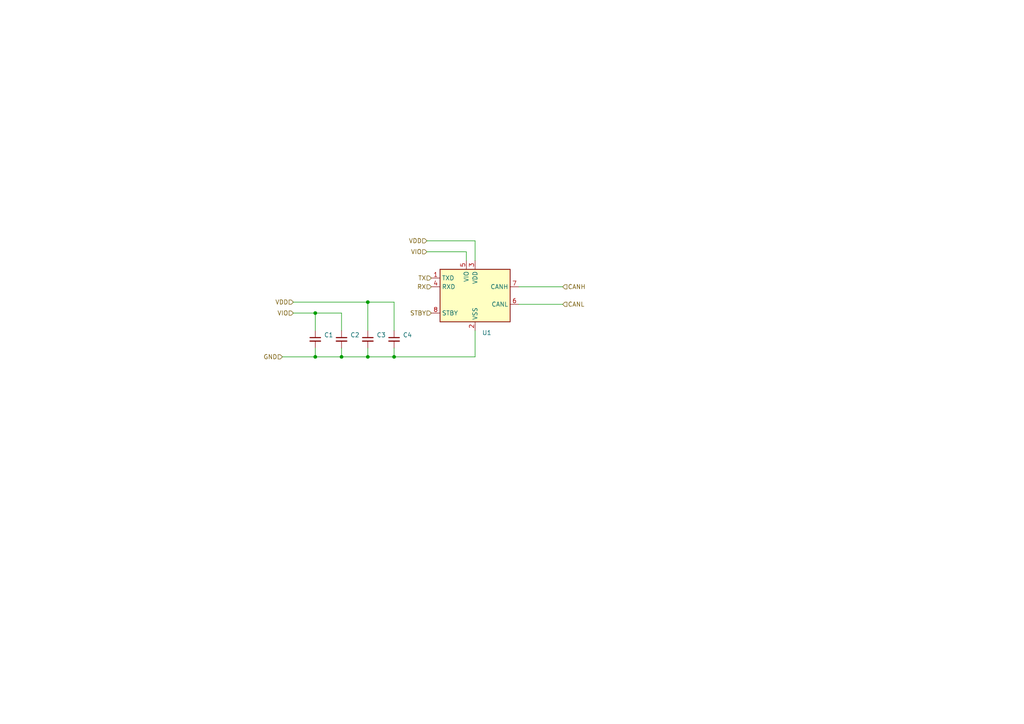
<source format=kicad_sch>
(kicad_sch (version 20211123) (generator eeschema)

  (uuid 1895faed-13c7-4877-930c-ef39a1d7419c)

  (paper "A4")

  (lib_symbols
    (symbol "Device:C_Small" (pin_numbers hide) (pin_names (offset 0.254) hide) (in_bom yes) (on_board yes)
      (property "Reference" "C" (id 0) (at 0.254 1.778 0)
        (effects (font (size 1.27 1.27)) (justify left))
      )
      (property "Value" "C_Small" (id 1) (at 0.254 -2.032 0)
        (effects (font (size 1.27 1.27)) (justify left))
      )
      (property "Footprint" "" (id 2) (at 0 0 0)
        (effects (font (size 1.27 1.27)) hide)
      )
      (property "Datasheet" "~" (id 3) (at 0 0 0)
        (effects (font (size 1.27 1.27)) hide)
      )
      (property "ki_keywords" "capacitor cap" (id 4) (at 0 0 0)
        (effects (font (size 1.27 1.27)) hide)
      )
      (property "ki_description" "Unpolarized capacitor, small symbol" (id 5) (at 0 0 0)
        (effects (font (size 1.27 1.27)) hide)
      )
      (property "ki_fp_filters" "C_*" (id 6) (at 0 0 0)
        (effects (font (size 1.27 1.27)) hide)
      )
      (symbol "C_Small_0_1"
        (polyline
          (pts
            (xy -1.524 -0.508)
            (xy 1.524 -0.508)
          )
          (stroke (width 0.3302) (type default) (color 0 0 0 0))
          (fill (type none))
        )
        (polyline
          (pts
            (xy -1.524 0.508)
            (xy 1.524 0.508)
          )
          (stroke (width 0.3048) (type default) (color 0 0 0 0))
          (fill (type none))
        )
      )
      (symbol "C_Small_1_1"
        (pin passive line (at 0 2.54 270) (length 2.032)
          (name "~" (effects (font (size 1.27 1.27))))
          (number "1" (effects (font (size 1.27 1.27))))
        )
        (pin passive line (at 0 -2.54 90) (length 2.032)
          (name "~" (effects (font (size 1.27 1.27))))
          (number "2" (effects (font (size 1.27 1.27))))
        )
      )
    )
    (symbol "Interface_CAN_LIN:MCP2542FDxMF" (in_bom yes) (on_board yes)
      (property "Reference" "U" (id 0) (at -10.16 8.89 0)
        (effects (font (size 1.27 1.27)) (justify left))
      )
      (property "Value" "MCP2542FDxMF" (id 1) (at 2.54 8.89 0)
        (effects (font (size 1.27 1.27)) (justify left))
      )
      (property "Footprint" "Package_DFN_QFN:DFN-8-1EP_3x3mm_P0.65mm_EP1.55x2.4mm" (id 2) (at 0 -12.7 0)
        (effects (font (size 1.27 1.27) italic) hide)
      )
      (property "Datasheet" "http://ww1.microchip.com/downloads/en/DeviceDoc/MCP2542FD-4FD-MCP2542WFD-4WFD-Data-Sheet20005514B.pdf" (id 3) (at 0 0 0)
        (effects (font (size 1.27 1.27)) hide)
      )
      (property "ki_keywords" "CAN transceiver" (id 4) (at 0 0 0)
        (effects (font (size 1.27 1.27)) hide)
      )
      (property "ki_description" "CAN-FD Transceiver, Wake-Up on CAN activity, 8Mbps, 5V supply, STBY pin, 3x3 DFN-8" (id 5) (at 0 0 0)
        (effects (font (size 1.27 1.27)) hide)
      )
      (property "ki_fp_filters" "DFN*1EP*3x3mm*P0.65mm*" (id 6) (at 0 0 0)
        (effects (font (size 1.27 1.27)) hide)
      )
      (symbol "MCP2542FDxMF_0_1"
        (rectangle (start -10.16 7.62) (end 10.16 -7.62)
          (stroke (width 0.254) (type default) (color 0 0 0 0))
          (fill (type background))
        )
      )
      (symbol "MCP2542FDxMF_1_1"
        (pin input line (at -12.7 5.08 0) (length 2.54)
          (name "TXD" (effects (font (size 1.27 1.27))))
          (number "1" (effects (font (size 1.27 1.27))))
        )
        (pin power_in line (at 0 -10.16 90) (length 2.54)
          (name "VSS" (effects (font (size 1.27 1.27))))
          (number "2" (effects (font (size 1.27 1.27))))
        )
        (pin power_in line (at 0 10.16 270) (length 2.54)
          (name "VDD" (effects (font (size 1.27 1.27))))
          (number "3" (effects (font (size 1.27 1.27))))
        )
        (pin output line (at -12.7 2.54 0) (length 2.54)
          (name "RXD" (effects (font (size 1.27 1.27))))
          (number "4" (effects (font (size 1.27 1.27))))
        )
        (pin power_in line (at -2.54 10.16 270) (length 2.54)
          (name "VIO" (effects (font (size 1.27 1.27))))
          (number "5" (effects (font (size 1.27 1.27))))
        )
        (pin bidirectional line (at 12.7 -2.54 180) (length 2.54)
          (name "CANL" (effects (font (size 1.27 1.27))))
          (number "6" (effects (font (size 1.27 1.27))))
        )
        (pin bidirectional line (at 12.7 2.54 180) (length 2.54)
          (name "CANH" (effects (font (size 1.27 1.27))))
          (number "7" (effects (font (size 1.27 1.27))))
        )
        (pin input line (at -12.7 -5.08 0) (length 2.54)
          (name "STBY" (effects (font (size 1.27 1.27))))
          (number "8" (effects (font (size 1.27 1.27))))
        )
        (pin passive line (at 0 -10.16 90) (length 2.54) hide
          (name "VSS" (effects (font (size 1.27 1.27))))
          (number "9" (effects (font (size 1.27 1.27))))
        )
      )
    )
  )

  (junction (at 106.68 87.63) (diameter 0) (color 0 0 0 0)
    (uuid 05902d8e-1922-4c73-b320-d1528b3a0703)
  )
  (junction (at 114.3 103.505) (diameter 0) (color 0 0 0 0)
    (uuid 3673dfd3-4dec-4d72-be32-de55d6e80fc4)
  )
  (junction (at 99.06 103.505) (diameter 0) (color 0 0 0 0)
    (uuid 3a0f87ad-d424-4477-8219-0225fbe9eb35)
  )
  (junction (at 106.68 103.505) (diameter 0) (color 0 0 0 0)
    (uuid 6a87104c-3447-481f-a583-0a8681e95384)
  )
  (junction (at 91.44 90.805) (diameter 0) (color 0 0 0 0)
    (uuid 870881b6-d444-4db1-9599-2954166b125e)
  )
  (junction (at 91.44 103.505) (diameter 0) (color 0 0 0 0)
    (uuid 998d320b-3b49-447a-a272-c0f52243deda)
  )

  (wire (pts (xy 99.06 90.805) (xy 99.06 95.885))
    (stroke (width 0) (type default) (color 0 0 0 0))
    (uuid 017c15ab-33e4-4db3-9b19-2583a98d38a1)
  )
  (wire (pts (xy 137.795 103.505) (xy 137.795 95.885))
    (stroke (width 0) (type default) (color 0 0 0 0))
    (uuid 01a5377c-d232-4297-89cd-a90fd30a8e65)
  )
  (wire (pts (xy 106.68 103.505) (xy 99.06 103.505))
    (stroke (width 0) (type default) (color 0 0 0 0))
    (uuid 1e534ac8-f907-4986-b8a6-4ea43a000c8f)
  )
  (wire (pts (xy 114.3 95.885) (xy 114.3 87.63))
    (stroke (width 0) (type default) (color 0 0 0 0))
    (uuid 2512fd31-0d65-4c33-b6f1-74edbdb5dec9)
  )
  (wire (pts (xy 114.3 103.505) (xy 106.68 103.505))
    (stroke (width 0) (type default) (color 0 0 0 0))
    (uuid 3061b948-71df-4686-bfe2-7b704700f913)
  )
  (wire (pts (xy 85.09 90.805) (xy 91.44 90.805))
    (stroke (width 0) (type default) (color 0 0 0 0))
    (uuid 34e739a3-0909-4da8-b4be-c36b432579d2)
  )
  (wire (pts (xy 114.3 100.965) (xy 114.3 103.505))
    (stroke (width 0) (type default) (color 0 0 0 0))
    (uuid 4f49c4f7-30d0-414e-b075-a0df98d670a8)
  )
  (wire (pts (xy 123.825 73.025) (xy 135.255 73.025))
    (stroke (width 0) (type default) (color 0 0 0 0))
    (uuid 6191aaf4-2517-4834-a4fb-3de85bd35cc1)
  )
  (wire (pts (xy 91.44 90.805) (xy 99.06 90.805))
    (stroke (width 0) (type default) (color 0 0 0 0))
    (uuid 63147214-d203-4536-b917-f46752cc7218)
  )
  (wire (pts (xy 106.68 87.63) (xy 85.09 87.63))
    (stroke (width 0) (type default) (color 0 0 0 0))
    (uuid 78e8b183-58b9-4143-bab5-dad8f9a38e44)
  )
  (wire (pts (xy 150.495 83.185) (xy 163.195 83.185))
    (stroke (width 0) (type default) (color 0 0 0 0))
    (uuid 7a8370f9-04bb-4499-811a-37d1cd837822)
  )
  (wire (pts (xy 135.255 73.025) (xy 135.255 75.565))
    (stroke (width 0) (type default) (color 0 0 0 0))
    (uuid 7effefb8-b853-415a-8a8f-45d8d041d907)
  )
  (wire (pts (xy 150.495 88.265) (xy 163.195 88.265))
    (stroke (width 0) (type default) (color 0 0 0 0))
    (uuid 87cbc628-6732-400e-b53e-a0da86eb1a91)
  )
  (wire (pts (xy 91.44 90.805) (xy 91.44 95.885))
    (stroke (width 0) (type default) (color 0 0 0 0))
    (uuid 9138cdb3-02cb-4fa8-9229-0b77f31646b8)
  )
  (wire (pts (xy 106.68 100.965) (xy 106.68 103.505))
    (stroke (width 0) (type default) (color 0 0 0 0))
    (uuid a4d61805-6e02-4285-af3a-98e2fdab0524)
  )
  (wire (pts (xy 114.3 87.63) (xy 106.68 87.63))
    (stroke (width 0) (type default) (color 0 0 0 0))
    (uuid b447b13d-dbc5-4b4b-8ff7-8a87e593171b)
  )
  (wire (pts (xy 81.915 103.505) (xy 91.44 103.505))
    (stroke (width 0) (type default) (color 0 0 0 0))
    (uuid b66cfce6-e20e-47a6-b6cb-e3138fa44ae1)
  )
  (wire (pts (xy 91.44 100.965) (xy 91.44 103.505))
    (stroke (width 0) (type default) (color 0 0 0 0))
    (uuid c09daa58-be4b-49fb-821a-d85cd3f1ed2b)
  )
  (wire (pts (xy 99.06 100.965) (xy 99.06 103.505))
    (stroke (width 0) (type default) (color 0 0 0 0))
    (uuid c4e4ade5-a236-4404-b0e8-6d4deb8cb38f)
  )
  (wire (pts (xy 99.06 103.505) (xy 91.44 103.505))
    (stroke (width 0) (type default) (color 0 0 0 0))
    (uuid ebc9e5ed-eacf-49a3-ba2b-b2731df91a9e)
  )
  (wire (pts (xy 137.795 69.85) (xy 137.795 75.565))
    (stroke (width 0) (type default) (color 0 0 0 0))
    (uuid eeb84477-7b47-4146-b5c4-e541ab1e4fb8)
  )
  (wire (pts (xy 114.3 103.505) (xy 137.795 103.505))
    (stroke (width 0) (type default) (color 0 0 0 0))
    (uuid f94d2abc-fb8e-466b-91d2-dea6332e20ef)
  )
  (wire (pts (xy 123.825 69.85) (xy 137.795 69.85))
    (stroke (width 0) (type default) (color 0 0 0 0))
    (uuid f9be2ca7-00a1-4b09-a8bf-363be9d9d8a2)
  )
  (wire (pts (xy 106.68 95.885) (xy 106.68 87.63))
    (stroke (width 0) (type default) (color 0 0 0 0))
    (uuid fcc26240-4f3b-4d7d-8568-034854ed3537)
  )

  (hierarchical_label "VDD" (shape input) (at 85.09 87.63 180)
    (effects (font (size 1.27 1.27)) (justify right))
    (uuid 06d27ce7-e62f-47ba-afe9-b55863d5bbda)
  )
  (hierarchical_label "GND" (shape input) (at 81.915 103.505 180)
    (effects (font (size 1.27 1.27)) (justify right))
    (uuid 3a157695-9c71-4123-9d47-e9f157bde643)
  )
  (hierarchical_label "CANL" (shape input) (at 163.195 88.265 0)
    (effects (font (size 1.27 1.27)) (justify left))
    (uuid 3c4ff77e-2d67-4af9-9fe4-a1e89bb6fee6)
  )
  (hierarchical_label "RX" (shape input) (at 125.095 83.185 180)
    (effects (font (size 1.27 1.27)) (justify right))
    (uuid 502d2d21-f032-453f-b5b9-9903a4d24284)
  )
  (hierarchical_label "VIO" (shape input) (at 85.09 90.805 180)
    (effects (font (size 1.27 1.27)) (justify right))
    (uuid 5bd20368-4c89-4ea8-9501-c782e01617a9)
  )
  (hierarchical_label "VDD" (shape input) (at 123.825 69.85 180)
    (effects (font (size 1.27 1.27)) (justify right))
    (uuid 6ae61303-3a89-4c84-8acf-6181d32a6c11)
  )
  (hierarchical_label "STBY" (shape input) (at 125.095 90.805 180)
    (effects (font (size 1.27 1.27)) (justify right))
    (uuid 6ef307db-9428-4fdc-9988-59aa76bd84b3)
  )
  (hierarchical_label "VIO" (shape input) (at 123.825 73.025 180)
    (effects (font (size 1.27 1.27)) (justify right))
    (uuid 90a5731d-e106-455e-b173-90a88376019b)
  )
  (hierarchical_label "CANH" (shape input) (at 163.195 83.185 0)
    (effects (font (size 1.27 1.27)) (justify left))
    (uuid a392bd14-80ef-4ddf-8788-d6aa8fe066a8)
  )
  (hierarchical_label "TX" (shape input) (at 125.095 80.645 180)
    (effects (font (size 1.27 1.27)) (justify right))
    (uuid d4528259-1059-4e69-b54e-a3b462f6e32a)
  )

  (symbol (lib_id "Interface_CAN_LIN:MCP2542FDxMF") (at 137.795 85.725 0) (unit 1)
    (in_bom yes) (on_board yes) (fields_autoplaced)
    (uuid 357c3af6-a264-48b2-8dc9-48fbf69e39a6)
    (property "Reference" "U1" (id 0) (at 139.8144 96.52 0)
      (effects (font (size 1.27 1.27)) (justify left))
    )
    (property "Value" "" (id 1) (at 139.8144 99.06 0)
      (effects (font (size 1.27 1.27)) (justify left))
    )
    (property "Footprint" "" (id 2) (at 137.795 98.425 0)
      (effects (font (size 1.27 1.27) italic) hide)
    )
    (property "Datasheet" "http://ww1.microchip.com/downloads/en/DeviceDoc/MCP2542FD-4FD-MCP2542WFD-4WFD-Data-Sheet20005514B.pdf" (id 3) (at 137.795 85.725 0)
      (effects (font (size 1.27 1.27)) hide)
    )
    (property "MPN" "MCP2542FDT-E/SN" (id 4) (at 137.795 85.725 0)
      (effects (font (size 1.27 1.27)) hide)
    )
    (property "Digi-Key_PN" "MCP2542FDT-E/SNCT-ND" (id 5) (at 137.795 85.725 0)
      (effects (font (size 1.27 1.27)) hide)
    )
    (pin "1" (uuid 060b9109-0762-4444-aa1d-bc26b864828b))
    (pin "2" (uuid 8cc87eca-bc23-4486-afcd-fd2cc34c85de))
    (pin "3" (uuid 1b03728a-8fb4-45cf-aaa5-b809c779e20c))
    (pin "4" (uuid 33273233-4168-4d15-83c0-711bc4cb0459))
    (pin "5" (uuid a089a3d9-2b92-475e-b728-e2c069d183e4))
    (pin "6" (uuid 5c365b9d-10f5-4118-9b1b-01bbeaee495c))
    (pin "7" (uuid 16890070-07e5-4f03-839d-b90d76f638d4))
    (pin "8" (uuid 9472340f-fa37-4e2c-8433-10cd9ff5bc75))
    (pin "9" (uuid a2f7b13d-394d-4a2d-87f6-3ce857b98071))
  )

  (symbol (lib_id "Device:C_Small") (at 99.06 98.425 0) (unit 1)
    (in_bom yes) (on_board yes) (fields_autoplaced)
    (uuid 5c4f67fa-cbed-4638-b9ea-fb50df07e49a)
    (property "Reference" "C2" (id 0) (at 101.6 97.1612 0)
      (effects (font (size 1.27 1.27)) (justify left))
    )
    (property "Value" "" (id 1) (at 101.6 99.7012 0)
      (effects (font (size 1.27 1.27)) (justify left))
    )
    (property "Footprint" "" (id 2) (at 99.06 98.425 0)
      (effects (font (size 1.27 1.27)) hide)
    )
    (property "Datasheet" "~" (id 3) (at 99.06 98.425 0)
      (effects (font (size 1.27 1.27)) hide)
    )
    (pin "1" (uuid ba1b3425-502e-42c2-bff7-6ee399d6e8b3))
    (pin "2" (uuid 65f4e95c-7817-41e0-b8f1-bca27ef95244))
  )

  (symbol (lib_id "Device:C_Small") (at 106.68 98.425 0) (unit 1)
    (in_bom yes) (on_board yes) (fields_autoplaced)
    (uuid 78ca576f-6efe-440b-9485-cf01fbcb7180)
    (property "Reference" "C3" (id 0) (at 109.22 97.1612 0)
      (effects (font (size 1.27 1.27)) (justify left))
    )
    (property "Value" "" (id 1) (at 109.22 99.7012 0)
      (effects (font (size 1.27 1.27)) (justify left))
    )
    (property "Footprint" "" (id 2) (at 106.68 98.425 0)
      (effects (font (size 1.27 1.27)) hide)
    )
    (property "Datasheet" "~" (id 3) (at 106.68 98.425 0)
      (effects (font (size 1.27 1.27)) hide)
    )
    (pin "1" (uuid 83e1bfcc-a80d-4770-86de-735eb3d97c09))
    (pin "2" (uuid fba1ba02-0fb1-4e91-a66c-0cd5188527e0))
  )

  (symbol (lib_id "Device:C_Small") (at 91.44 98.425 0) (unit 1)
    (in_bom yes) (on_board yes) (fields_autoplaced)
    (uuid 8334e961-2b14-4d2f-9b96-2fa9d1a1a108)
    (property "Reference" "C1" (id 0) (at 93.98 97.1612 0)
      (effects (font (size 1.27 1.27)) (justify left))
    )
    (property "Value" "" (id 1) (at 93.98 99.7012 0)
      (effects (font (size 1.27 1.27)) (justify left))
    )
    (property "Footprint" "" (id 2) (at 91.44 98.425 0)
      (effects (font (size 1.27 1.27)) hide)
    )
    (property "Datasheet" "~" (id 3) (at 91.44 98.425 0)
      (effects (font (size 1.27 1.27)) hide)
    )
    (pin "1" (uuid 6406af4b-fff3-4206-b547-ff7d61d74d97))
    (pin "2" (uuid d90cc8e1-9479-4158-98be-d437b5a83f48))
  )

  (symbol (lib_id "Device:C_Small") (at 114.3 98.425 0) (unit 1)
    (in_bom yes) (on_board yes) (fields_autoplaced)
    (uuid c6cfaf97-5b1a-4835-8198-48ec12c16e1d)
    (property "Reference" "C4" (id 0) (at 116.84 97.1612 0)
      (effects (font (size 1.27 1.27)) (justify left))
    )
    (property "Value" "" (id 1) (at 116.84 99.7012 0)
      (effects (font (size 1.27 1.27)) (justify left))
    )
    (property "Footprint" "" (id 2) (at 114.3 98.425 0)
      (effects (font (size 1.27 1.27)) hide)
    )
    (property "Datasheet" "~" (id 3) (at 114.3 98.425 0)
      (effects (font (size 1.27 1.27)) hide)
    )
    (pin "1" (uuid c59cf600-324a-49bc-88a8-519419c5fec8))
    (pin "2" (uuid 0b7b8973-1fcd-4854-bfc2-1609bee8f2f4))
  )
)

</source>
